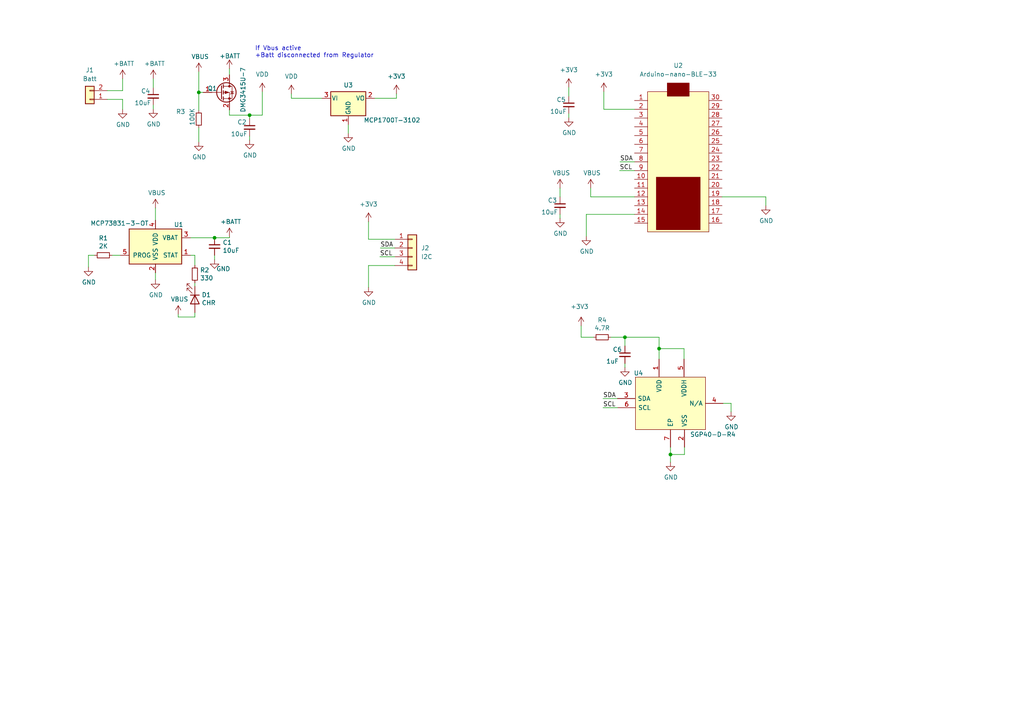
<source format=kicad_sch>
(kicad_sch (version 20211123) (generator eeschema)
  (paper "A4")
  (lib_symbols
    (symbol "Bast_WAN-rescue:DMG2301L-Transistor_FET" (pin_names (offset 0) hide)
      (property "Reference" "Q" (at 5.08 1.905 0))
      (property "Value" "DMG2301L-Transistor_FET" (at 5.08 0 0))
      (symbol "DMG2301L-Transistor_FET_0_1"
        (polyline (pts (xy -2.54 0) (xy 0.254 0)))
        (polyline (pts (xy 0.762 -1.778) (xy 2.54 -1.778)))
        (polyline (pts (xy 0.762 -1.27) (xy 0.762 -2.286)) (stroke (width 0.254)))
        (polyline (pts (xy 0.762 0) (xy 2.54 0)))
        (polyline (pts (xy 0.762 0.508) (xy 0.762 -0.508)) (stroke (width 0.254)))
        (polyline (pts (xy 0.762 1.778) (xy 2.54 1.778)))
        (polyline (pts (xy 0.762 2.286) (xy 0.762 1.27)) (stroke (width 0.254)))
        (polyline (pts (xy 2.54 -1.778) (xy 2.54 -2.54)))
        (polyline (pts (xy 2.54 -1.778) (xy 2.54 0)))
        (polyline (pts (xy 2.54 2.54) (xy 2.54 1.778)))
        (polyline (pts (xy 0.254 1.905) (xy 0.254 -1.905) (xy 0.254 -1.905)) (stroke (width 0.254)))
        (polyline (pts (xy 2.286 0) (xy 1.27 -0.381) (xy 1.27 0.381) (xy 2.286 0)) (fill (type outline)))
        (polyline (pts (xy 2.54 -1.778) (xy 3.302 -1.778) (xy 3.302 1.778) (xy 2.54 1.778)))
        (polyline (pts (xy 2.794 -0.508) (xy 2.921 -0.381) (xy 3.683 -0.381) (xy 3.81 -0.254)))
        (polyline (pts (xy 3.302 -0.381) (xy 2.921 0.254) (xy 3.683 0.254) (xy 3.302 -0.381)))
        (circle (center 1.651 0) (radius 2.8194) (stroke (width 0.254)))
        (circle (center 2.54 -1.778) (radius 0.2794) (fill (type outline)))
        (circle (center 2.54 1.778) (radius 0.2794) (fill (type outline)))
      )
      (symbol "DMG2301L-Transistor_FET_1_1"
        (pin input line (at -5.08 0 0) (length 2.54) (name "G") (number "1"))
        (pin passive line (at 2.54 -5.08 90) (length 2.54) (name "S") (number "2"))
        (pin passive line (at 2.54 5.08 270) (length 2.54) (name "D") (number "3"))
      )
    )
    (symbol "Battery_Management:MCP73831-3-OT" (pin_names (offset 1.016))
      (property "Reference" "U" (at -7.62 6.35 0))
      (property "Value" "MCP73831-3-OT" (at 1.27 6.35 0))
      (symbol "MCP73831-3-OT_0_1"
        (rectangle (start -7.62 5.08) (end 7.62 -5.08) (stroke (width 0.254)) (fill (type background)))
      )
      (symbol "MCP73831-3-OT_1_1"
        (pin output line (at 10.16 -2.54 180) (length 2.54) (name "STAT") (number "1"))
        (pin power_in line (at 0 -7.62 90) (length 2.54) (name "VSS") (number "2"))
        (pin power_out line (at 10.16 2.54 180) (length 2.54) (name "VBAT") (number "3"))
        (pin power_in line (at 0 7.62 270) (length 2.54) (name "VDD") (number "4"))
        (pin input line (at -10.16 -2.54 0) (length 2.54) (name "PROG") (number "5"))
      )
    )
    (symbol "Connector_Generic:Conn_01x02" (pin_names (offset 1.016) hide)
      (property "Reference" "J" (at 0 2.54 0))
      (property "Value" "Conn_01x02" (at 0 -5.08 0))
      (symbol "Conn_01x02_1_1"
        (rectangle (start -1.27 -2.413) (end 0 -2.667) (stroke (width 0.1524)))
        (rectangle (start -1.27 0.127) (end 0 -0.127) (stroke (width 0.1524)))
        (rectangle (start -1.27 1.27) (end 1.27 -3.81) (stroke (width 0.254)) (fill (type background)))
        (pin passive line (at -5.08 0 0) (length 3.81) (name "Pin_1") (number "1"))
        (pin passive line (at -5.08 -2.54 0) (length 3.81) (name "Pin_2") (number "2"))
      )
    )
    (symbol "Connector_Generic:Conn_01x04" (pin_names (offset 1.016) hide)
      (property "Reference" "J" (at 0 5.08 0))
      (property "Value" "Conn_01x04" (at 0 -7.62 0))
      (symbol "Conn_01x04_1_1"
        (rectangle (start -1.27 -4.953) (end 0 -5.207) (stroke (width 0.1524)))
        (rectangle (start -1.27 -2.413) (end 0 -2.667) (stroke (width 0.1524)))
        (rectangle (start -1.27 0.127) (end 0 -0.127) (stroke (width 0.1524)))
        (rectangle (start -1.27 2.667) (end 0 2.413) (stroke (width 0.1524)))
        (rectangle (start -1.27 3.81) (end 1.27 -6.35) (stroke (width 0.254)) (fill (type background)))
        (pin passive line (at -5.08 2.54 0) (length 3.81) (name "Pin_1") (number "1"))
        (pin passive line (at -5.08 0 0) (length 3.81) (name "Pin_2") (number "2"))
        (pin passive line (at -5.08 -2.54 0) (length 3.81) (name "Pin_3") (number "3"))
        (pin passive line (at -5.08 -5.08 0) (length 3.81) (name "Pin_4") (number "4"))
      )
    )
    (symbol "Device:C_Small" (pin_numbers hide) (pin_names (offset 0.254) hide)
      (property "Reference" "C" (at 0.254 1.778 0))
      (property "Value" "C_Small" (at 0.254 -2.032 0))
      (symbol "C_Small_0_1"
        (polyline (pts (xy -1.524 -0.508) (xy 1.524 -0.508)) (stroke (width 0.3302)))
        (polyline (pts (xy -1.524 0.508) (xy 1.524 0.508)) (stroke (width 0.3048)))
      )
      (symbol "C_Small_1_1"
        (pin passive line (at 0 2.54 270) (length 2.032) (name "~") (number "1"))
        (pin passive line (at 0 -2.54 90) (length 2.032) (name "~") (number "2"))
      )
    )
    (symbol "Device:LED" (pin_numbers hide) (pin_names (offset 1.016) hide)
      (property "Reference" "D" (at 0 2.54 0))
      (property "Value" "LED" (at 0 -2.54 0))
      (symbol "LED_0_1"
        (polyline (pts (xy -1.27 -1.27) (xy -1.27 1.27)) (stroke (width 0.254)))
        (polyline (pts (xy -1.27 0) (xy 1.27 0)))
        (polyline (pts (xy 1.27 -1.27) (xy 1.27 1.27) (xy -1.27 0) (xy 1.27 -1.27)) (stroke (width 0.254)))
        (polyline (pts (xy -3.048 -0.762) (xy -4.572 -2.286) (xy -3.81 -2.286) (xy -4.572 -2.286) (xy -4.572 -1.524)))
        (polyline (pts (xy -1.778 -0.762) (xy -3.302 -2.286) (xy -2.54 -2.286) (xy -3.302 -2.286) (xy -3.302 -1.524)))
      )
      (symbol "LED_1_1"
        (pin passive line (at -3.81 0 0) (length 2.54) (name "K") (number "1"))
        (pin passive line (at 3.81 0 180) (length 2.54) (name "A") (number "2"))
      )
    )
    (symbol "Device:R_Small" (pin_numbers hide) (pin_names (offset 0.254) hide)
      (property "Reference" "R" (at 0.762 0.508 0))
      (property "Value" "R_Small" (at 0.762 -1.016 0))
      (symbol "R_Small_0_1"
        (rectangle (start -0.762 1.778) (end 0.762 -1.778) (stroke (width 0.2032)))
      )
      (symbol "R_Small_1_1"
        (pin passive line (at 0 2.54 270) (length 0.762) (name "~") (number "1"))
        (pin passive line (at 0 -2.54 90) (length 0.762) (name "~") (number "2"))
      )
    )
    (symbol "Regulator_Linear:MCP1700-3302E_SOT23" (pin_names (offset 0.254))
      (property "Reference" "U" (at -3.81 3.175 0))
      (property "Value" "MCP1700-3302E_SOT23" (at 0 3.175 0))
      (symbol "MCP1700-3302E_SOT23_0_1"
        (rectangle (start -5.08 1.905) (end 5.08 -5.08) (stroke (width 0.254)) (fill (type background)))
      )
      (symbol "MCP1700-3302E_SOT23_1_1"
        (pin power_in line (at 0 -7.62 90) (length 2.54) (name "GND") (number "1"))
        (pin power_out line (at 7.62 0 180) (length 2.54) (name "VO") (number "2"))
        (pin power_in line (at -7.62 0 0) (length 2.54) (name "VI") (number "3"))
      )
    )
    (symbol "hack-it-back:Arduino-nano-BLE-33" (pin_names (offset 1.016) hide)
      (property "Reference" "U" (at 0 24.765 0))
      (property "Value" "Arduino-nano-BLE-33" (at 1.27 -22.86 0))
      (symbol "Arduino-nano-BLE-33_0_1"
        (rectangle (start -8.89 -20.32) (end 8.89 20.32) (fill (type background)))
        (rectangle (start -3.175 22.86) (end 3.175 19.05) (fill (type outline)))
        (rectangle (start 6.35 -19.685) (end -6.35 -4.445) (fill (type outline)))
      )
      (symbol "Arduino-nano-BLE-33_1_1"
        (pin passive line (at -12.7 17.78 0) (length 3.81) (name "1") (number "1"))
        (pin passive line (at -12.7 -5.08 0) (length 3.81) (name "10") (number "10"))
        (pin passive line (at -12.7 -7.62 0) (length 3.81) (name "11") (number "11"))
        (pin passive line (at -12.7 -10.16 0) (length 3.81) (name "12") (number "12"))
        (pin passive line (at -12.7 -12.7 0) (length 3.81) (name "13") (number "13"))
        (pin passive line (at -12.7 -15.24 0) (length 3.81) (name "14") (number "14"))
        (pin passive line (at -12.7 -17.78 0) (length 3.81) (name "15") (number "15"))
        (pin passive line (at 12.7 -17.78 180) (length 3.81) (name "16") (number "16"))
        (pin passive line (at 12.7 -15.24 180) (length 3.81) (name "17") (number "17"))
        (pin passive line (at 12.7 -12.7 180) (length 3.81) (name "18") (number "18"))
        (pin passive line (at 12.7 -10.16 180) (length 3.81) (name "19") (number "19"))
        (pin passive line (at -12.7 15.24 0) (length 3.81) (name "2") (number "2"))
        (pin passive line (at 12.7 -7.62 180) (length 3.81) (name "20") (number "20"))
        (pin passive line (at 12.7 -5.08 180) (length 3.81) (name "21") (number "21"))
        (pin passive line (at 12.7 -2.54 180) (length 3.81) (name "22") (number "22"))
        (pin passive line (at 12.7 0 180) (length 3.81) (name "23") (number "23"))
        (pin passive line (at 12.7 2.54 180) (length 3.81) (name "24") (number "24"))
        (pin passive line (at 12.7 5.08 180) (length 3.81) (name "25") (number "25"))
        (pin passive line (at 12.7 7.62 180) (length 3.81) (name "26") (number "26"))
        (pin passive line (at 12.7 10.16 180) (length 3.81) (name "27") (number "27"))
        (pin passive line (at 12.7 12.7 180) (length 3.81) (name "28") (number "28"))
        (pin passive line (at 12.7 15.24 180) (length 3.81) (name "29") (number "29"))
        (pin passive line (at -12.7 12.7 0) (length 3.81) (name "3") (number "3"))
        (pin passive line (at 12.7 17.78 180) (length 3.81) (name "30") (number "30"))
        (pin passive line (at -12.7 10.16 0) (length 3.81) (name "4") (number "4"))
        (pin passive line (at -12.7 7.62 0) (length 3.81) (name "5") (number "5"))
        (pin passive line (at -12.7 5.08 0) (length 3.81) (name "6") (number "6"))
        (pin passive line (at -12.7 2.54 0) (length 3.81) (name "7") (number "7"))
        (pin passive line (at -12.7 0 0) (length 3.81) (name "8") (number "8"))
        (pin passive line (at -12.7 -2.54 0) (length 3.81) (name "9") (number "9"))
      )
    )
    (symbol "hack-it-back:SGP40-D-R4" (pin_names (offset 0.762))
      (property "Reference" "U" (at 10.287 10.541 0))
      (property "Value" "SGP40-D-R4" (at 10.287 8.001 0))
      (symbol "SGP40-D-R4_0_0"
        (pin passive line (at -4.445 10.668 270) (length 5.08) (name "VDD") (number "1"))
        (pin passive line (at 2.921 -14.859 90) (length 5.08) (name "VSS") (number "2"))
        (pin passive line (at -16.51 -0.762 0) (length 5.08) (name "SDA") (number "3"))
        (pin passive line (at 14.097 -2.159 180) (length 5.08) (name "N/A") (number "4"))
        (pin passive line (at 2.794 10.668 270) (length 5.08) (name "VDDH") (number "5"))
        (pin passive line (at -16.383 -3.429 0) (length 5.08) (name "SCL") (number "6"))
        (pin passive line (at -1.143 -14.859 90) (length 5.08) (name "EP") (number "7"))
      )
      (symbol "SGP40-D-R4_0_1"
        (polyline (pts (xy -11.303 5.461) (xy 9.017 5.461) (xy 9.017 -9.779) (xy -11.303 -9.779) (xy -11.303 5.461)) (stroke (width 0.1524)) (fill (type background)))
      )
    )
    (symbol "power:+3.3V" (power) (pin_names (offset 0))
      (property "Value" "+3.3V" (at 0 3.556 0))
      (symbol "+3.3V_0_1"
        (polyline (pts (xy -0.762 1.27) (xy 0 2.54)))
        (polyline (pts (xy 0 0) (xy 0 2.54)))
        (polyline (pts (xy 0 2.54) (xy 0.762 1.27)))
      )
      (symbol "+3.3V_1_1"
        (pin power_in line (at 0 0 90) (length 0) hide (name "+3V3") (number "1"))
      )
    )
    (symbol "power:+BATT" (power) (pin_names (offset 0))
      (property "Value" "+BATT" (at 0 3.556 0))
      (symbol "+BATT_0_1"
        (polyline (pts (xy -0.762 1.27) (xy 0 2.54)))
        (polyline (pts (xy 0 0) (xy 0 2.54)))
        (polyline (pts (xy 0 2.54) (xy 0.762 1.27)))
      )
      (symbol "+BATT_1_1"
        (pin power_in line (at 0 0 90) (length 0) hide (name "+BATT") (number "1"))
      )
    )
    (symbol "power:GND" (power) (pin_names (offset 0))
      (property "Value" "GND" (at 0 -3.81 0))
      (symbol "GND_0_1"
        (polyline (pts (xy 0 0) (xy 0 -1.27) (xy 1.27 -1.27) (xy 0 -2.54) (xy -1.27 -1.27) (xy 0 -1.27)))
      )
      (symbol "GND_1_1"
        (pin power_in line (at 0 0 270) (length 0) hide (name "GND") (number "1"))
      )
    )
    (symbol "power:VBUS" (power) (pin_names (offset 0))
      (property "Value" "VBUS" (at 0 3.81 0))
      (symbol "VBUS_0_1"
        (polyline (pts (xy -0.762 1.27) (xy 0 2.54)))
        (polyline (pts (xy 0 0) (xy 0 2.54)))
        (polyline (pts (xy 0 2.54) (xy 0.762 1.27)))
      )
      (symbol "VBUS_1_1"
        (pin power_in line (at 0 0 90) (length 0) hide (name "VBUS") (number "1"))
      )
    )
    (symbol "power:VDD" (power) (pin_names (offset 0))
      (property "Value" "VDD" (at 0 3.81 0))
      (symbol "VDD_0_1"
        (polyline (pts (xy -0.762 1.27) (xy 0 2.54)))
        (polyline (pts (xy 0 0) (xy 0 2.54)))
        (polyline (pts (xy 0 2.54) (xy 0.762 1.27)))
      )
      (symbol "VDD_1_1"
        (pin power_in line (at 0 0 90) (length 0) hide (name "VDD") (number "1"))
      )
    )
  )
  (junction (at 72.39 33.401))
  (junction (at 57.658 26.797))
  (junction (at 191.1604 101.1174))
  (junction (at 181.2544 97.8154))
  (junction (at 194.4624 131.826))
  (junction (at 62.23 68.961))
  (wire (pts (xy 181.2544 97.8154) (xy 181.2544 100.3554)))
  (wire (pts (xy 66.548 68.961) (xy 66.548 68.707)))
  (wire (pts (xy 222.123 57.0992) (xy 222.123 59.6392)))
  (wire (pts (xy 45.085 79.121) (xy 45.085 81.153)))
  (wire (pts (xy 57.658 37.084) (xy 57.658 41.148)))
  (wire (pts (xy 162.433 54.5592) (xy 162.433 57.0992)))
  (wire (pts (xy 84.5058 27.2288) (xy 84.5058 28.4988)))
  (wire (pts (xy 179.832 46.9392) (xy 184.023 46.9392)))
  (wire (pts (xy 56.515 83.058) (xy 56.515 82.042)))
  (wire (pts (xy 174.9044 115.5954) (xy 179.0954 115.5954)))
  (wire (pts (xy 101.0158 36.1188) (xy 101.0158 38.6588)))
  (wire (pts (xy 34.925 74.041) (xy 32.512 74.041)))
  (wire (pts (xy 66.548 33.401) (xy 66.548 31.877)))
  (wire (pts (xy 209.423 57.0992) (xy 222.123 57.0992)))
  (wire (pts (xy 168.5544 97.8154) (xy 172.1104 97.8154)))
  (wire (pts (xy 194.4624 131.826) (xy 194.4624 134.0358)))
  (wire (pts (xy 106.8832 69.3928) (xy 114.5032 69.3928)))
  (wire (pts (xy 35.56 28.829) (xy 31.115 28.829)))
  (wire (pts (xy 184.023 62.1792) (xy 170.053 62.1792)))
  (wire (pts (xy 55.245 68.961) (xy 62.23 68.961)))
  (wire (pts (xy 191.1604 97.8154) (xy 181.2544 97.8154)))
  (wire (pts (xy 25.654 74.041) (xy 25.654 77.47)))
  (wire (pts (xy 57.658 26.797) (xy 57.658 32.004)))
  (wire (pts (xy 171.323 54.5592) (xy 171.323 57.0992)))
  (wire (pts (xy 181.2544 105.4354) (xy 181.2544 106.5784)))
  (wire (pts (xy 58.928 26.797) (xy 57.658 26.797)))
  (wire (pts (xy 72.39 34.417) (xy 72.39 33.401)))
  (wire (pts (xy 66.548 21.717) (xy 66.548 19.939)))
  (wire (pts (xy 164.973 32.9692) (xy 164.973 34.1122)))
  (wire (pts (xy 72.39 33.401) (xy 66.548 33.401)))
  (wire (pts (xy 179.705 49.4792) (xy 184.023 49.4792)))
  (wire (pts (xy 57.658 26.797) (xy 57.658 20.828)))
  (wire (pts (xy 27.432 74.041) (xy 25.654 74.041)))
  (wire (pts (xy 171.323 57.0992) (xy 184.023 57.0992)))
  (wire (pts (xy 76.073 26.6446) (xy 76.073 33.401)))
  (wire (pts (xy 162.433 62.1792) (xy 162.433 63.3222)))
  (wire (pts (xy 194.4624 131.826) (xy 194.4624 129.6924)))
  (wire (pts (xy 56.515 90.678) (xy 56.515 91.948)))
  (wire (pts (xy 198.5264 129.6924) (xy 198.5264 131.826)))
  (wire (pts (xy 114.9858 28.4988) (xy 108.6358 28.4988)))
  (wire (pts (xy 110.3122 71.9328) (xy 114.5032 71.9328)))
  (wire (pts (xy 198.3994 101.1174) (xy 198.3994 104.1654)))
  (wire (pts (xy 45.085 63.881) (xy 45.085 60.325)))
  (wire (pts (xy 51.689 91.948) (xy 51.689 91.186)))
  (wire (pts (xy 55.245 74.041) (xy 56.515 74.041)))
  (wire (pts (xy 62.23 68.961) (xy 66.548 68.961)))
  (wire (pts (xy 84.5058 28.4988) (xy 93.3958 28.4988)))
  (wire (pts (xy 62.23 74.041) (xy 62.23 75.311)))
  (wire (pts (xy 35.56 26.289) (xy 35.56 22.86)))
  (wire (pts (xy 106.8832 64.3128) (xy 106.8832 69.3928)))
  (wire (pts (xy 170.053 62.1792) (xy 170.053 68.5292)))
  (wire (pts (xy 191.1604 101.1174) (xy 191.1604 97.8154)))
  (wire (pts (xy 175.133 26.6192) (xy 175.133 31.6992)))
  (wire (pts (xy 44.45 22.86) (xy 44.45 25.4)))
  (wire (pts (xy 56.515 74.041) (xy 56.515 76.962)))
  (wire (pts (xy 191.1604 101.1174) (xy 191.1604 104.1654)))
  (wire (pts (xy 164.973 25.3492) (xy 164.973 27.8892)))
  (wire (pts (xy 168.5544 94.5134) (xy 168.5544 97.8154)))
  (wire (pts (xy 174.9044 118.2624) (xy 179.2224 118.2624)))
  (wire (pts (xy 212.0392 119.4308) (xy 212.0392 116.9924)))
  (wire (pts (xy 35.56 31.75) (xy 35.56 28.829)))
  (wire (pts (xy 198.5264 131.826) (xy 194.4624 131.826)))
  (wire (pts (xy 56.515 91.948) (xy 51.689 91.948)))
  (wire (pts (xy 114.9858 27.2288) (xy 114.9858 28.4988)))
  (wire (pts (xy 110.1852 74.4728) (xy 114.5032 74.4728)))
  (wire (pts (xy 44.45 30.48) (xy 44.45 31.623)))
  (wire (pts (xy 212.0392 116.9924) (xy 209.7024 116.9924)))
  (wire (pts (xy 72.39 33.401) (xy 76.073 33.401)))
  (wire (pts (xy 177.1904 97.8154) (xy 181.2544 97.8154)))
  (wire (pts (xy 106.8832 83.3628) (xy 106.8832 77.0128)))
  (wire (pts (xy 31.115 26.289) (xy 35.56 26.289)))
  (wire (pts (xy 106.8832 77.0128) (xy 114.5032 77.0128)))
  (wire (pts (xy 72.39 39.497) (xy 72.39 40.64)))
  (wire (pts (xy 191.1604 101.1174) (xy 198.3994 101.1174)))
  (wire (pts (xy 175.133 31.6992) (xy 184.023 31.6992)))
  (text "If Vbus active\n+Batt disconnected from Regulator" (at 73.9394 16.9164 0) (effects (font (size 1.27 1.27)) (justify left bottom)))
  (label "SDA" (at 174.9044 115.5954 0))
  (label "SCL" (at 174.9044 118.2624 0))
  (label "SDA" (at 179.832 46.9392 0))
  (label "SDA" (at 110.3122 71.9328 0))
  (label "SCL" (at 179.705 49.4792 0))
  (label "SCL" (at 110.1852 74.4728 0))
  (symbol (lib_id "power:+3.3V") (at 175.133 26.6192 0) (unit 1)
    (property "Reference" "#PWR0117" (effects hide))
    (property "Value" "+3.3V" (at 175.133 21.5392 0))
  )
  (symbol (lib_id "power:GND") (at 106.8832 83.3628 0) (unit 1)
    (property "Reference" "#PWR011" (effects hide))
    (property "Value" "GND" (at 107.0102 87.757 0))
  )
  (symbol (lib_id "Device:LED") (at 56.515 86.868 270) (unit 1)
    (property "Reference" "D1" (at 58.4962 85.5218 90) (effects (justify left)))
    (property "Value" "CHR" (at 58.4962 87.8332 90) (effects (justify left)))
    (property "Footprint" "LED_SMD:LED_0805_2012Metric_Pad1.15x1.40mm_HandSolder" (effects hide))
    (property "manf#" "NCD0805G1" (effects hide))
  )
  (symbol (lib_id "Connector_Generic:Conn_01x02") (at 26.035 28.829 180) (unit 1)
    (property "Reference" "J1" (at 26.035 20.32 0))
    (property "Value" "Batt" (at 26.035 22.86 0))
    (property "Footprint" "Connector_PinHeader_2.54mm:PinHeader_1x02_P2.54mm_Vertical" (effects hide))
  )
  (symbol (lib_id "power:GND") (at 25.654 77.47 0) (unit 1)
    (property "Reference" "#PWR0105" (effects hide))
    (property "Value" "GND" (at 25.781 81.8642 0))
  )
  (symbol (lib_id "Device:C_Small") (at 164.973 30.4292 0) (unit 1)
    (property "Reference" "C5" (at 161.417 28.9052 0) (effects (justify left)))
    (property "Value" "10uF" (at 159.512 32.3342 0) (effects (justify left)))
    (property "Footprint" "Capacitor_SMD:C_0805_2012Metric" (effects hide))
    (property "manf#" "GRM188R61C106MA73D" (effects hide))
  )
  (symbol (lib_id "power:GND") (at 212.0392 119.4308 0) (unit 1)
    (property "Reference" "#PWR015" (effects hide))
    (property "Value" "GND" (at 212.1662 123.825 0))
  )
  (symbol (lib_id "Regulator_Linear:MCP1700-3302E_SOT23") (at 101.0158 28.4988 0) (unit 1)
    (property "Reference" "U3" (at 101.0158 24.6888 0))
    (property "Value" "MCP1700T-3102" (at 113.7158 34.8488 0))
    (property "Footprint" "Package_TO_SOT_SMD:SOT-23" (effects hide))
    (property "Datasheet" "http://ww1.microchip.com/downloads/en/DeviceDoc/20001826D.pdf" (effects hide))
    (property "manf#" "MCP1700T-3102E/TT" (effects hide))
  )
  (symbol (lib_id "power:GND") (at 57.658 41.148 0) (unit 1)
    (property "Reference" "#PWR0107" (effects hide))
    (property "Value" "GND" (at 57.785 45.5422 0))
  )
  (symbol (lib_id "power:+3.3V") (at 114.9858 27.2288 0) (unit 1)
    (property "Reference" "#PWR09" (effects hide))
    (property "Value" "+3.3V" (at 114.9858 22.1488 0))
  )
  (symbol (lib_id "Device:R_Small") (at 57.658 34.544 0) (unit 1)
    (property "Reference" "R3" (at 51.054 32.385 0) (effects (justify left)))
    (property "Value" "100K" (at 55.753 36.449 90) (effects (justify left)))
    (property "Footprint" "Resistor_SMD:R_0805_2012Metric" (effects hide))
    (property "manf#" "RC0603FR-07100KL" (effects hide))
  )
  (symbol (lib_id "power:GND") (at 44.45 31.623 0) (unit 1)
    (property "Reference" "#PWR04" (effects hide))
    (property "Value" "GND" (at 44.577 36.0172 0))
  )
  (symbol (lib_id "Device:C_Small") (at 44.45 27.94 0) (unit 1)
    (property "Reference" "C4" (at 40.894 26.416 0) (effects (justify left)))
    (property "Value" "10uF" (at 38.989 29.845 0) (effects (justify left)))
    (property "Footprint" "Capacitor_SMD:C_0805_2012Metric" (effects hide))
    (property "manf#" "GRM188R61C106MA73D" (effects hide))
  )
  (symbol (lib_id "power:+BATT") (at 44.45 22.86 0) (unit 1)
    (property "Reference" "#PWR03" (effects hide))
    (property "Value" "+BATT" (at 44.831 18.4658 0))
  )
  (symbol (lib_id "Device:R_Small") (at 29.972 74.041 270) (unit 1)
    (property "Reference" "R1" (at 29.972 69.0626 90))
    (property "Value" "2K" (at 29.972 71.374 90))
    (property "Footprint" "Resistor_SMD:R_0805_2012Metric" (effects hide))
    (property "manf#" "RC0603JR-071KL" (effects hide))
  )
  (symbol (lib_id "power:VBUS") (at 171.323 54.5592 0) (unit 1)
    (property "Reference" "#PWR0111" (effects hide))
    (property "Value" "VBUS" (at 171.704 50.165 0))
  )
  (symbol (lib_id "power:VBUS") (at 162.433 54.5592 0) (unit 1)
    (property "Reference" "#PWR01" (effects hide))
    (property "Value" "VBUS" (at 162.814 50.165 0))
  )
  (symbol (lib_id "power:+3.3V") (at 164.973 25.3492 0) (unit 1)
    (property "Reference" "#PWR05" (effects hide))
    (property "Value" "+3.3V" (at 164.973 20.2692 0))
  )
  (symbol (lib_id "power:GND") (at 164.973 34.1122 0) (unit 1)
    (property "Reference" "#PWR06" (effects hide))
    (property "Value" "GND" (at 165.1 38.5064 0))
  )
  (symbol (lib_id "hack-it-back:SGP40-D-R4") (at 195.6054 114.8334 0) (unit 1)
    (property "Reference" "U4" (at 185.1914 108.2294 0))
    (property "Value" "SGP40-D-R4" (at 206.7814 126.0094 0))
    (property "Footprint" "hack-it-back:SON80P244X244X95-7N" (effects hide))
    (property "Datasheet" "https://www.mouser.com/datasheet/2/682/Sensirion_Gas_Sensors_SGP40_Datasheet-1888696.pdf" (effects hide))
    (property "Description" "Air Quality Sensors Gas Sensor 2.5k pcs IC" (effects hide))
    (property "manf#" "SGP40-D-R4" (effects hide))
  )
  (symbol (lib_id "Device:C_Small") (at 62.23 71.501 0) (unit 1)
    (property "Reference" "C1" (at 64.5668 70.3326 0) (effects (justify left)))
    (property "Value" "10uF" (at 64.5668 72.644 0) (effects (justify left)))
    (property "Footprint" "Capacitor_SMD:C_0805_2012Metric" (effects hide))
    (property "manf#" "GRM188R61C106MA73D" (effects hide))
  )
  (symbol (lib_id "power:+BATT") (at 66.548 19.939 0) (unit 1)
    (property "Reference" "#PWR0115" (effects hide))
    (property "Value" "+BATT" (at 66.675 16.256 0))
  )
  (symbol (lib_id "power:VBUS") (at 57.658 20.828 0) (unit 1)
    (property "Reference" "#PWR0102" (effects hide))
    (property "Value" "VBUS" (at 58.039 16.4338 0))
  )
  (symbol (lib_id "power:GND") (at 181.2544 106.5784 0) (unit 1)
    (property "Reference" "#PWR013" (effects hide))
    (property "Value" "GND" (at 181.3814 110.9726 0))
  )
  (symbol (lib_id "power:+3.3V") (at 106.8832 64.3128 0) (unit 1)
    (property "Reference" "#PWR010" (effects hide))
    (property "Value" "+3.3V" (at 106.8832 59.2328 0))
  )
  (symbol (lib_id "power:GND") (at 35.56 31.75 0) (unit 1)
    (property "Reference" "#PWR0108" (effects hide))
    (property "Value" "GND" (at 35.687 36.1442 0))
  )
  (symbol (lib_id "power:VBUS") (at 51.689 91.186 0) (unit 1)
    (property "Reference" "#PWR0103" (effects hide))
    (property "Value" "VBUS" (at 52.07 86.7918 0))
  )
  (symbol (lib_id "power:VDD") (at 84.5058 27.2288 0) (unit 1)
    (property "Reference" "#PWR0113" (effects hide))
    (property "Value" "VDD" (at 84.5058 22.1488 0))
  )
  (symbol (lib_id "Device:C_Small") (at 162.433 59.6392 0) (unit 1)
    (property "Reference" "C3" (at 158.877 58.1152 0) (effects (justify left)))
    (property "Value" "10uF" (at 156.972 61.5442 0) (effects (justify left)))
    (property "Footprint" "Capacitor_SMD:C_0805_2012Metric" (effects hide))
    (property "manf#" "GRM188R61C106MA73D" (effects hide))
  )
  (symbol (lib_id "power:VDD") (at 76.073 26.6446 0) (unit 1)
    (property "Reference" "#PWR0116" (effects hide))
    (property "Value" "VDD" (at 76.073 21.5646 0))
  )
  (symbol (lib_id "power:+BATT") (at 66.548 68.707 0) (unit 1)
    (property "Reference" "#PWR0109" (effects hide))
    (property "Value" "+BATT" (at 66.929 64.3128 0))
  )
  (symbol (lib_id "power:GND") (at 170.053 68.5292 0) (unit 1)
    (property "Reference" "#PWR0112" (effects hide))
    (property "Value" "GND" (at 170.18 72.9234 0))
  )
  (symbol (lib_id "Battery_Management:MCP73831-3-OT") (at 45.085 71.501 0) (unit 1)
    (property "Reference" "U1" (at 51.816 65.151 0))
    (property "Value" "MCP73831-3-OT" (at 34.671 64.77 0))
    (property "Footprint" "Package_TO_SOT_SMD:SOT-23-5" (effects hide))
    (property "Datasheet" "http://ww1.microchip.com/downloads/en/DeviceDoc/20001984g.pdf" (effects hide))
    (property "manf#" "MCP73831T-5ACI/OT" (effects hide))
  )
  (symbol (lib_id "power:GND") (at 101.0158 38.6588 0) (unit 1)
    (property "Reference" "#PWR08" (effects hide))
    (property "Value" "GND" (at 101.1428 43.053 0))
  )
  (symbol (lib_id "power:GND") (at 162.433 63.3222 0) (unit 1)
    (property "Reference" "#PWR02" (effects hide))
    (property "Value" "GND" (at 162.56 67.7164 0))
  )
  (symbol (lib_id "power:GND") (at 222.123 59.6392 0) (unit 1)
    (property "Reference" "#PWR07" (effects hide))
    (property "Value" "GND" (at 222.25 64.0334 0))
  )
  (symbol (lib_id "Device:R_Small") (at 56.515 79.502 0) (unit 1)
    (property "Reference" "R2" (at 58.0136 78.3336 0) (effects (justify left)))
    (property "Value" "330" (at 58.0136 80.645 0) (effects (justify left)))
    (property "Footprint" "Resistor_SMD:R_0805_2012Metric" (effects hide))
    (property "manf#" "RC0603FR-07330RL" (effects hide))
  )
  (symbol (lib_id "power:GND") (at 62.23 75.311 0) (unit 1)
    (property "Reference" "#PWR0110" (effects hide))
    (property "Value" "GND" (at 64.77 77.978 0))
  )
  (symbol (lib_id "Device:R_Small") (at 174.6504 97.8154 270) (unit 1)
    (property "Reference" "R4" (at 174.6504 92.837 90))
    (property "Value" "4.7R" (at 174.6504 95.1484 90))
    (property "Footprint" "Resistor_SMD:R_0805_2012Metric" (effects hide))
    (property "manf#" "RC0603JR-071KL" (effects hide))
  )
  (symbol (lib_id "Device:C_Small") (at 72.39 36.957 0) (unit 1)
    (property "Reference" "C2" (at 68.834 35.433 0) (effects (justify left)))
    (property "Value" "10uF" (at 66.929 38.862 0) (effects (justify left)))
    (property "Footprint" "Capacitor_SMD:C_0805_2012Metric" (effects hide))
    (property "manf#" "GRM188R61C106MA73D" (effects hide))
  )
  (symbol (lib_id "power:GND") (at 45.085 81.153 0) (unit 1)
    (property "Reference" "#PWR0104" (effects hide))
    (property "Value" "GND" (at 45.212 85.5472 0))
  )
  (symbol (lib_id "power:GND") (at 72.39 40.64 0) (unit 1)
    (property "Reference" "#PWR0114" (effects hide))
    (property "Value" "GND" (at 72.517 45.0342 0))
  )
  (symbol (lib_id "Bast_WAN-rescue:DMG2301L-Transistor_FET") (at 64.008 26.797 0) (unit 1)
    (property "Reference" "Q1" (at 60.198 25.654 0) (effects (justify left)))
    (property "Value" "DMG3415U-7" (at 70.485 32.639 90) (effects (justify left)))
    (property "Footprint" "Package_TO_SOT_SMD:SOT-23" (effects hide))
    (property "Datasheet" "https://www.diodes.com/assets/Datasheets/DMG2301L.pdf" (effects hide))
    (property "manf#" "DMG3415UQ-7" (effects hide))
  )
  (symbol (lib_id "power:+BATT") (at 35.56 22.86 0) (unit 1)
    (property "Reference" "#PWR0101" (effects hide))
    (property "Value" "+BATT" (at 35.941 18.4658 0))
  )
  (symbol (lib_id "hack-it-back:Arduino-nano-BLE-33") (at 196.723 46.9392 0) (unit 1)
    (property "Reference" "U2" (at 196.723 18.9992 0))
    (property "Value" "Arduino-nano-BLE-33" (at 196.723 21.5392 0))
    (property "Footprint" "hack-it-back:NANO_33_Footprint_SMD_Castell" (effects hide))
  )
  (symbol (lib_id "power:+3.3V") (at 168.5544 94.5134 0) (unit 1)
    (property "Reference" "#PWR012" (effects hide))
    (property "Value" "+3.3V" (at 168.0972 88.9254 0))
  )
  (symbol (lib_id "power:VBUS") (at 45.085 60.325 0) (unit 1)
    (property "Reference" "#PWR0106" (effects hide))
    (property "Value" "VBUS" (at 45.466 55.9308 0))
  )
  (symbol (lib_id "Device:C_Small") (at 181.2544 102.8954 0) (unit 1)
    (property "Reference" "C6" (at 177.6984 101.3714 0) (effects (justify left)))
    (property "Value" "1uF" (at 175.7934 104.8004 0) (effects (justify left)))
    (property "Footprint" "Capacitor_SMD:C_0805_2012Metric" (effects hide))
    (property "manf#" "GRM188R61C106MA73D" (effects hide))
  )
  (symbol (lib_id "Connector_Generic:Conn_01x04") (at 119.5832 71.9328 0) (unit 1)
    (property "Reference" "J2" (at 122.1232 71.9327 0) (effects (justify left)))
    (property "Value" "I2C" (at 122.1232 74.4727 0) (effects (justify left)))
    (property "Footprint" "Connector_PinHeader_2.54mm:PinHeader_1x04_P2.54mm_Vertical" (effects hide))
  )
  (symbol (lib_id "power:GND") (at 194.4624 134.0358 0) (unit 1)
    (property "Reference" "#PWR014" (effects hide))
    (property "Value" "GND" (at 194.5894 138.43 0))
  )
)
</source>
